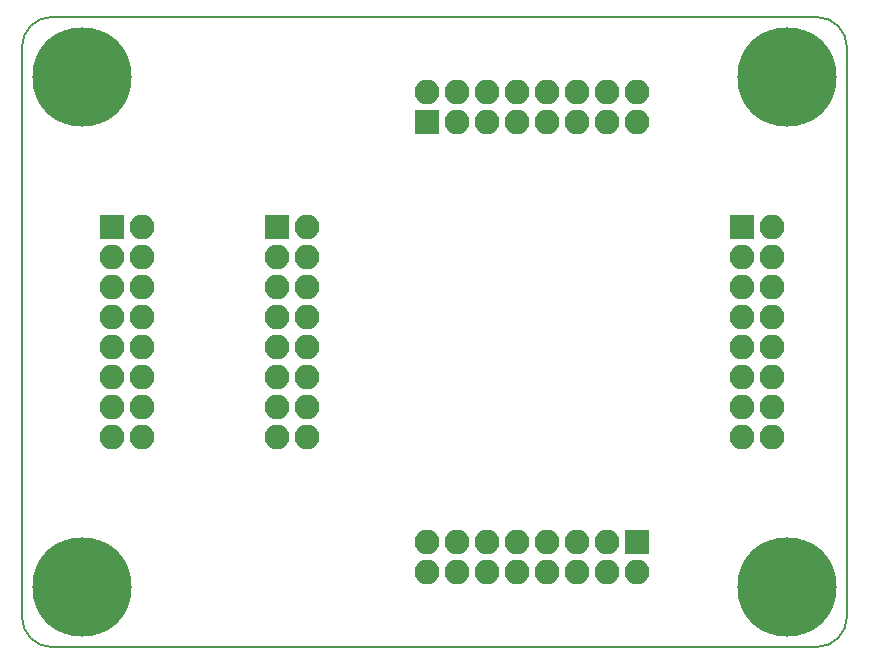
<source format=gbr>
%TF.GenerationSoftware,KiCad,Pcbnew,(5.0.0)*%
%TF.CreationDate,2019-01-27T03:15:10+01:00*%
%TF.ProjectId,AtmegaBreakout,41746D656761427265616B6F75742E6B,rev?*%
%TF.SameCoordinates,Original*%
%TF.FileFunction,Soldermask,Bot*%
%TF.FilePolarity,Negative*%
%FSLAX46Y46*%
G04 Gerber Fmt 4.6, Leading zero omitted, Abs format (unit mm)*
G04 Created by KiCad (PCBNEW (5.0.0)) date 01/27/19 03:15:10*
%MOMM*%
%LPD*%
G01*
G04 APERTURE LIST*
%ADD10C,0.200000*%
%ADD11C,8.400000*%
%ADD12R,2.100000X2.100000*%
%ADD13O,2.100000X2.100000*%
G04 APERTURE END LIST*
D10*
X142240000Y-58420000D02*
X142240000Y-106680000D01*
X74930000Y-55880000D02*
X139700000Y-55880000D01*
X72390000Y-106680000D02*
X72390000Y-58420000D01*
X139700000Y-109220000D02*
X74930000Y-109220000D01*
X72390000Y-58420000D02*
G75*
G02X74930000Y-55880000I2540000J0D01*
G01*
X74930000Y-109220000D02*
G75*
G02X72390000Y-106680000I0J2540000D01*
G01*
X142240000Y-106680000D02*
G75*
G02X139700000Y-109220000I-2540000J0D01*
G01*
X139700000Y-55880000D02*
G75*
G02X142240000Y-58420000I0J-2540000D01*
G01*
D11*
X137160000Y-104140000D03*
X137160000Y-60960000D03*
X77470000Y-104140000D03*
X77470000Y-60960000D03*
D12*
X106680000Y-64770000D03*
D13*
X106680000Y-62230000D03*
X109220000Y-64770000D03*
X109220000Y-62230000D03*
X111760000Y-64770000D03*
X111760000Y-62230000D03*
X114300000Y-64770000D03*
X114300000Y-62230000D03*
X116840000Y-64770000D03*
X116840000Y-62230000D03*
X119380000Y-64770000D03*
X119380000Y-62230000D03*
X121920000Y-64770000D03*
X121920000Y-62230000D03*
X124460000Y-64770000D03*
X124460000Y-62230000D03*
D12*
X80010000Y-73660000D03*
D13*
X82550000Y-73660000D03*
X80010000Y-76200000D03*
X82550000Y-76200000D03*
X80010000Y-78740000D03*
X82550000Y-78740000D03*
X80010000Y-81280000D03*
X82550000Y-81280000D03*
X80010000Y-83820000D03*
X82550000Y-83820000D03*
X80010000Y-86360000D03*
X82550000Y-86360000D03*
X80010000Y-88900000D03*
X82550000Y-88900000D03*
X80010000Y-91440000D03*
X82550000Y-91440000D03*
D12*
X93980000Y-73660000D03*
D13*
X96520000Y-73660000D03*
X93980000Y-76200000D03*
X96520000Y-76200000D03*
X93980000Y-78740000D03*
X96520000Y-78740000D03*
X93980000Y-81280000D03*
X96520000Y-81280000D03*
X93980000Y-83820000D03*
X96520000Y-83820000D03*
X93980000Y-86360000D03*
X96520000Y-86360000D03*
X93980000Y-88900000D03*
X96520000Y-88900000D03*
X93980000Y-91440000D03*
X96520000Y-91440000D03*
D12*
X133350000Y-73660000D03*
D13*
X135890000Y-73660000D03*
X133350000Y-76200000D03*
X135890000Y-76200000D03*
X133350000Y-78740000D03*
X135890000Y-78740000D03*
X133350000Y-81280000D03*
X135890000Y-81280000D03*
X133350000Y-83820000D03*
X135890000Y-83820000D03*
X133350000Y-86360000D03*
X135890000Y-86360000D03*
X133350000Y-88900000D03*
X135890000Y-88900000D03*
X133350000Y-91440000D03*
X135890000Y-91440000D03*
D12*
X124460000Y-100330000D03*
D13*
X124460000Y-102870000D03*
X121920000Y-100330000D03*
X121920000Y-102870000D03*
X119380000Y-100330000D03*
X119380000Y-102870000D03*
X116840000Y-100330000D03*
X116840000Y-102870000D03*
X114300000Y-100330000D03*
X114300000Y-102870000D03*
X111760000Y-100330000D03*
X111760000Y-102870000D03*
X109220000Y-100330000D03*
X109220000Y-102870000D03*
X106680000Y-100330000D03*
X106680000Y-102870000D03*
M02*

</source>
